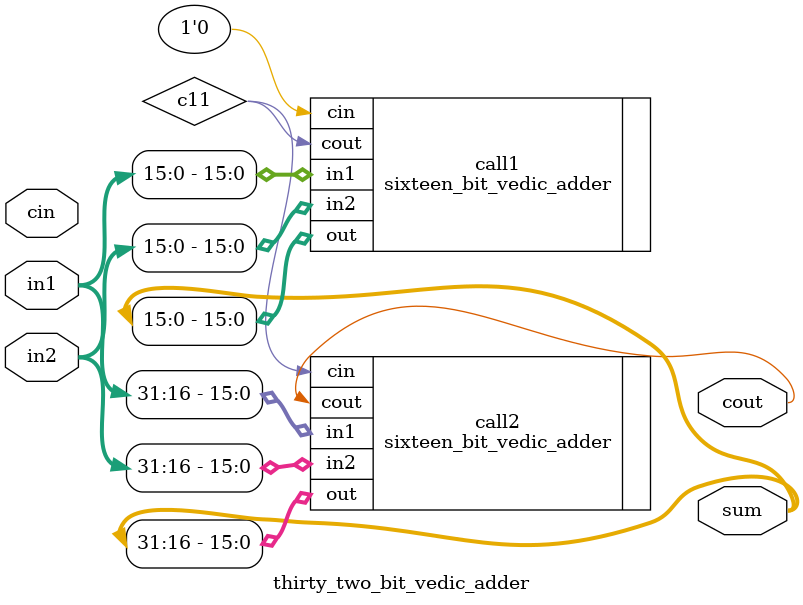
<source format=v>
`timescale 1ns / 1ps
module thirty_two_bit_vedic_adder(in1, in2, cin, sum, cout );

input [31:0] in1 ;
input [31:0] in2 ;
input cin ;
output [31:0] sum ;
output cout ;

wire c11 ;

sixteen_bit_vedic_adder call1(

.in1(in1[15:0]),
.in2(in2[15:0]),
.cin(1'b0),
.out(sum[15:0]),
.cout(c11)

);


sixteen_bit_vedic_adder call2(

.in1(in1[31:16]),
.in2(in2[31:16]),
.cin(c11),
.out(sum[31:16]),
.cout(cout)

);

















endmodule

</source>
